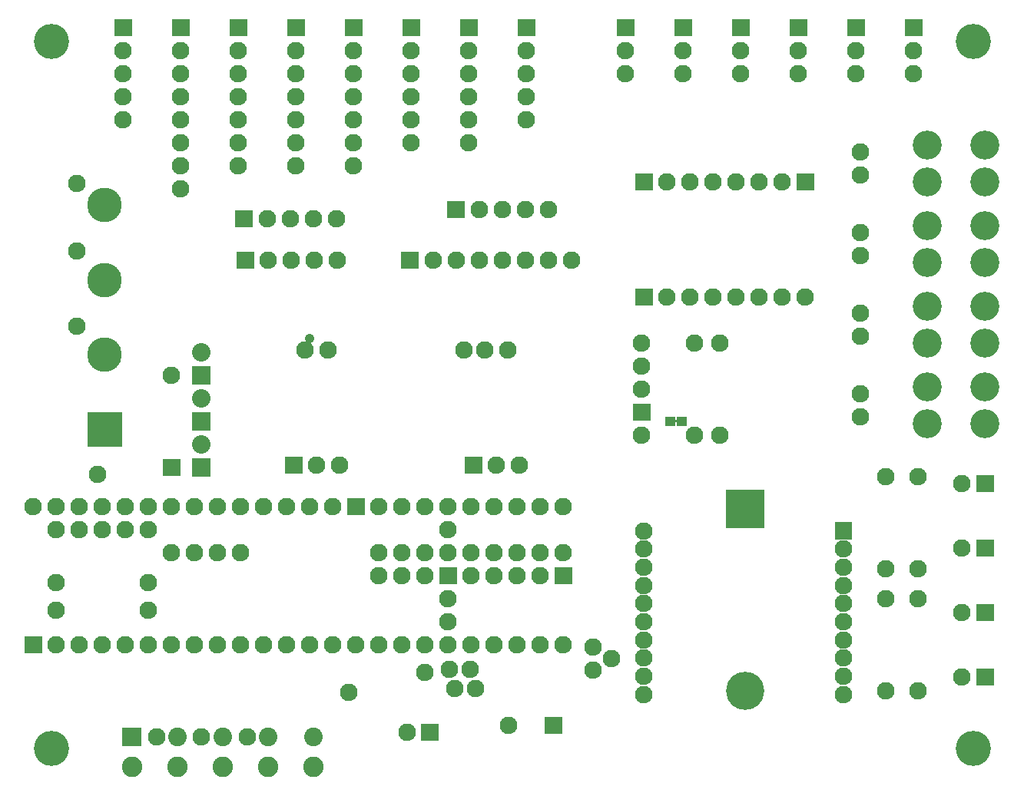
<source format=gbr>
G04 start of page 6 for group -4063 idx -4063 *
G04 Title: (unknown), componentmask *
G04 Creator: pcb 20140316 *
G04 CreationDate: Thu Dec 21 20:14:05 2017 UTC *
G04 For: frankenteddy *
G04 Format: Gerber/RS-274X *
G04 PCB-Dimensions (mil): 6000.00 5000.00 *
G04 PCB-Coordinate-Origin: lower left *
%MOIN*%
%FSLAX25Y25*%
%LNTOPMASK*%
%ADD74R,0.0099X0.0099*%
%ADD73R,0.0375X0.0375*%
%ADD72C,0.0800*%
%ADD71C,0.0420*%
%ADD70C,0.0887*%
%ADD69C,0.0808*%
%ADD68C,0.1500*%
%ADD67C,0.1660*%
%ADD66C,0.1260*%
%ADD65C,0.1520*%
%ADD64C,0.0001*%
%ADD63C,0.0760*%
G54D63*X404000Y393000D03*
X414000D03*
X424000D03*
X434000D03*
G54D64*G36*
X440200Y396800D02*Y389200D01*
X447800D01*
Y396800D01*
X440200D01*
G37*
G54D63*X468000Y406000D03*
Y396000D03*
Y371000D03*
Y361000D03*
G54D65*X517000Y454000D03*
G54D66*X522000Y409000D03*
X497000Y393000D03*
Y409000D03*
Y374000D03*
G54D63*X491000Y440000D03*
Y450000D03*
G54D64*G36*
X487200Y463800D02*Y456200D01*
X494800D01*
Y463800D01*
X487200D01*
G37*
G54D66*X522000Y393000D03*
X497000Y358000D03*
X522000D03*
Y374000D03*
X497000Y323000D03*
Y288000D03*
Y304000D03*
Y339000D03*
X522000Y323000D03*
Y339000D03*
Y288000D03*
Y304000D03*
G54D63*X512000Y262000D03*
G54D64*G36*
X518200Y265800D02*Y258200D01*
X525800D01*
Y265800D01*
X518200D01*
G37*
G54D63*X460600Y217800D03*
Y209900D03*
Y202000D03*
Y194100D03*
X478986Y211986D03*
X479000Y224972D03*
X460600Y186200D03*
Y178300D03*
X512000Y178000D03*
G54D64*G36*
X518200Y181800D02*Y174200D01*
X525800D01*
Y181800D01*
X518200D01*
G37*
G54D63*X460600Y170400D03*
G54D65*X517000Y147000D03*
G54D63*X478986Y171986D03*
X492986D03*
Y211986D03*
G54D67*X418000Y172000D03*
G54D64*G36*
X456800Y245300D02*Y237700D01*
X464400D01*
Y245300D01*
X456800D01*
G37*
G54D63*X460600Y233600D03*
Y225700D03*
X512000Y234000D03*
G54D64*G36*
X518200Y237800D02*Y230200D01*
X525800D01*
Y237800D01*
X518200D01*
G37*
G54D63*X512000Y206000D03*
G54D64*G36*
X518200Y209800D02*Y202200D01*
X525800D01*
Y209800D01*
X518200D01*
G37*
G54D63*X479000Y264972D03*
X493000Y225000D03*
Y265000D03*
G54D64*G36*
X409700Y259300D02*Y242700D01*
X426300D01*
Y259300D01*
X409700D01*
G37*
G36*
X370200Y346800D02*Y339200D01*
X377800D01*
Y346800D01*
X370200D01*
G37*
G54D63*X384000Y343000D03*
X394000D03*
X404000D03*
X414000D03*
X424000D03*
X434000D03*
X444000D03*
X468000Y336000D03*
Y326000D03*
Y301000D03*
Y291000D03*
X395986Y282986D03*
X406986D03*
X395986Y322986D03*
X406986D03*
X466000Y440000D03*
Y450000D03*
G54D64*G36*
X462200Y463800D02*Y456200D01*
X469800D01*
Y463800D01*
X462200D01*
G37*
G54D63*X441000Y440000D03*
X416000D03*
X441000Y450000D03*
G54D64*G36*
X437200Y463800D02*Y456200D01*
X444800D01*
Y463800D01*
X437200D01*
G37*
G54D63*X416000Y450000D03*
G54D64*G36*
X412200Y463800D02*Y456200D01*
X419800D01*
Y463800D01*
X412200D01*
G37*
G54D63*X391000Y440000D03*
Y450000D03*
G54D64*G36*
X387200Y463800D02*Y456200D01*
X394800D01*
Y463800D01*
X387200D01*
G37*
G54D63*X374000Y241500D03*
Y233600D03*
Y225700D03*
Y217800D03*
Y209900D03*
Y202000D03*
X373000Y323000D03*
Y313000D03*
Y303000D03*
G54D64*G36*
X369200Y296800D02*Y289200D01*
X376800D01*
Y296800D01*
X369200D01*
G37*
G54D63*X373000Y283000D03*
X319000Y252000D03*
X320000Y270000D03*
X305000Y320000D03*
X315000D03*
X296000D03*
X329000Y252000D03*
X339000D03*
Y232000D03*
G54D64*G36*
X335200Y225800D02*Y218200D01*
X342800D01*
Y225800D01*
X335200D01*
G37*
G54D63*X319000Y232000D03*
Y222000D03*
X329000D03*
Y232000D03*
X374000Y194100D03*
Y186200D03*
X360000Y186000D03*
X374000Y178300D03*
X352000Y181000D03*
X374000Y170400D03*
X315157Y157000D03*
G54D64*G36*
X331043Y160800D02*Y153200D01*
X338643D01*
Y160800D01*
X331043D01*
G37*
G54D63*X319000Y192000D03*
X329000D03*
X339000D03*
X352000Y191000D03*
X289000Y212000D03*
G54D64*G36*
X285200Y225800D02*Y218200D01*
X292800D01*
Y225800D01*
X285200D01*
G37*
G54D63*X289000Y232000D03*
Y242000D03*
X299000Y232000D03*
Y222000D03*
X309000D03*
Y232000D03*
X279000D03*
G54D64*G36*
X296200Y273800D02*Y266200D01*
X303800D01*
Y273800D01*
X296200D01*
G37*
G54D63*X310000Y270000D03*
X289000Y202000D03*
X279000Y192000D03*
X289000D03*
X309000D03*
X299000D03*
X279000Y180000D03*
X289500Y181500D03*
X298500D03*
X292000Y173000D03*
X301000D03*
G54D64*G36*
X370200Y396800D02*Y389200D01*
X377800D01*
Y396800D01*
X370200D01*
G37*
G54D63*X384000Y393000D03*
X394000D03*
X298000Y410000D03*
Y420000D03*
Y430000D03*
Y440000D03*
Y450000D03*
G54D64*G36*
X294200Y463800D02*Y456200D01*
X301800D01*
Y463800D01*
X294200D01*
G37*
G54D63*X323000Y420000D03*
Y430000D03*
Y440000D03*
X366000D03*
Y450000D03*
G54D64*G36*
X362200Y463800D02*Y456200D01*
X369800D01*
Y463800D01*
X362200D01*
G37*
G54D63*X323000Y450000D03*
G54D64*G36*
X319200Y463800D02*Y456200D01*
X326800D01*
Y463800D01*
X319200D01*
G37*
G54D63*X173000Y390000D03*
X148000Y420000D03*
Y430000D03*
Y440000D03*
Y450000D03*
G54D65*X117000Y454000D03*
G54D63*X173000Y400000D03*
Y410000D03*
G54D64*G36*
X169200Y463800D02*Y456200D01*
X176800D01*
Y463800D01*
X169200D01*
G37*
G36*
X144200D02*Y456200D01*
X151800D01*
Y463800D01*
X144200D01*
G37*
G54D63*X173000Y420000D03*
Y430000D03*
Y440000D03*
Y450000D03*
G54D68*X140000Y383000D03*
G54D63*X128000Y392500D03*
X198000Y420000D03*
Y430000D03*
Y440000D03*
Y450000D03*
G54D64*G36*
X194200Y463800D02*Y456200D01*
X201800D01*
Y463800D01*
X194200D01*
G37*
G54D63*X223000Y440000D03*
Y450000D03*
G54D64*G36*
X219200Y463800D02*Y456200D01*
X226800D01*
Y463800D01*
X219200D01*
G37*
G54D63*X198000Y400000D03*
Y410000D03*
X223000Y430000D03*
Y400000D03*
Y410000D03*
Y420000D03*
X248000Y430000D03*
Y440000D03*
Y450000D03*
G54D64*G36*
X244200Y463800D02*Y456200D01*
X251800D01*
Y463800D01*
X244200D01*
G37*
G54D63*X248000Y400000D03*
Y410000D03*
Y420000D03*
X273000Y410000D03*
Y420000D03*
Y430000D03*
Y440000D03*
Y450000D03*
G54D64*G36*
X269200Y463800D02*Y456200D01*
X276800D01*
Y463800D01*
X269200D01*
G37*
G54D65*X117000Y147000D03*
G54D64*G36*
X147775Y156040D02*Y147960D01*
X155855D01*
Y156040D01*
X147775D01*
G37*
G54D69*X171500Y152000D03*
G54D63*X162500D03*
G54D70*X191185Y139008D03*
X171500D03*
X151815D03*
G54D63*X109000Y252000D03*
X119000D03*
X129000D03*
X139000D03*
X119000Y242000D03*
X119014Y218986D03*
X129000Y242000D03*
X139000D03*
G54D64*G36*
X105200Y195800D02*Y188200D01*
X112800D01*
Y195800D01*
X105200D01*
G37*
G54D63*X119000Y192000D03*
X129000D03*
X139000D03*
X119000Y207000D03*
X149000Y252000D03*
Y242000D03*
Y192000D03*
X159000Y252000D03*
Y242000D03*
X169000Y252000D03*
X199000Y232000D03*
X179000D03*
X189000D03*
X169000D03*
X159000Y192000D03*
X169000D03*
X179000D03*
X189000D03*
X199000D03*
X159000Y207000D03*
X159014Y218986D03*
X271118Y154000D03*
G54D64*G36*
X277318Y157800D02*Y150200D01*
X284918D01*
Y157800D01*
X277318D01*
G37*
G54D69*X230555Y152000D03*
G54D70*Y139008D03*
G54D63*X246000Y171500D03*
G54D70*X210870Y139008D03*
G54D69*X191185Y152000D03*
X210870D03*
G54D63*X202000D03*
X182000D03*
X189000Y252000D03*
X199000D03*
X209000D03*
G54D64*G36*
X218200Y273800D02*Y266200D01*
X225800D01*
Y273800D01*
X218200D01*
G37*
G54D63*X227000Y320000D03*
X237000D03*
X232000Y270000D03*
X242000D03*
G54D71*X229000Y325000D03*
G54D63*X249000Y192000D03*
X259000D03*
X269000D03*
Y222000D03*
X279000D03*
X259000D03*
X269000Y232000D03*
X259000D03*
X219000Y252000D03*
X229000D03*
X239000D03*
G54D64*G36*
X245200Y255800D02*Y248200D01*
X252800D01*
Y255800D01*
X245200D01*
G37*
G54D63*X259000Y252000D03*
X269000D03*
X279000D03*
X289000D03*
X299000D03*
X309000D03*
X241000Y359000D03*
G54D64*G36*
X268700Y362800D02*Y355200D01*
X276300D01*
Y362800D01*
X268700D01*
G37*
G54D63*X282500Y359000D03*
X292500D03*
X302500D03*
X312500D03*
X322500D03*
X332500D03*
X342500D03*
G54D64*G36*
X288700Y384800D02*Y377200D01*
X296300D01*
Y384800D01*
X288700D01*
G37*
G54D63*X302500Y381000D03*
X312500D03*
X322500D03*
X332500D03*
X209000Y192000D03*
X219000D03*
X229000D03*
X239000D03*
G54D64*G36*
X197200Y362800D02*Y355200D01*
X204800D01*
Y362800D01*
X197200D01*
G37*
G54D63*X211000Y359000D03*
X221000D03*
X231000D03*
G54D64*G36*
X196700Y380800D02*Y373200D01*
X204300D01*
Y380800D01*
X196700D01*
G37*
G54D63*X210500Y377000D03*
X220500D03*
X230500D03*
X240500D03*
G54D68*X140000Y350500D03*
G54D63*X128000Y363000D03*
X179000Y252000D03*
X169000Y309000D03*
G54D64*G36*
X165200Y272800D02*Y265200D01*
X172800D01*
Y272800D01*
X165200D01*
G37*
G36*
X178000Y273000D02*Y265000D01*
X186000D01*
Y273000D01*
X178000D01*
G37*
G54D72*X182000Y279000D03*
G54D64*G36*
X178000Y293000D02*Y285000D01*
X186000D01*
Y293000D01*
X178000D01*
G37*
G54D72*X182000Y299000D03*
G54D64*G36*
X178000Y313000D02*Y305000D01*
X186000D01*
Y313000D01*
X178000D01*
G37*
G54D72*X182000Y319000D03*
G54D68*X140000Y318000D03*
G54D64*G36*
X132500Y293000D02*Y278000D01*
X147500D01*
Y293000D01*
X132500D01*
G37*
G54D63*X137000Y266000D03*
X128000Y330500D03*
G54D73*X390205Y289000D02*X390795D01*
X385082D02*X385672D01*
G54D74*X387393Y289027D02*X388569D01*
M02*

</source>
